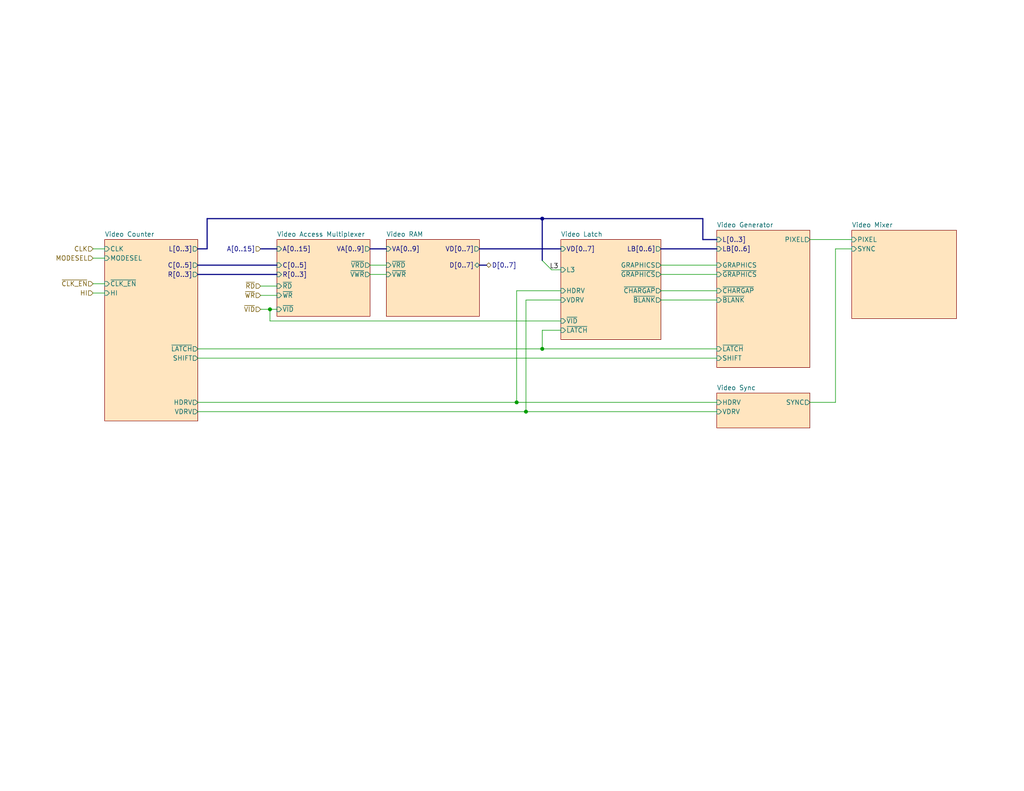
<source format=kicad_sch>
(kicad_sch (version 20230121) (generator eeschema)
  (paper "USLetter")
  (title_block (title "TRS-80 Model I") (date "2023-10-24") (rev "G") (company "RetroStack - Marcel Erz") (comment 2 "All video components of system") (comment 4 "Video Overview"))
  (lib_symbols)
  (junction (at 143.51 112.395))
  (junction (at 140.97 109.855))
  (junction (at 73.66 84.455))
  (junction (at 147.955 95.25))
  (junction (at 147.955 59.69))
  (bus_entry (at 147.955 71.12) (size 2.54 2.54))
  (wire (pts (xy 147.955 90.17) (xy 147.955 95.25)))
  (wire (pts (xy 143.51 81.915) (xy 143.51 112.395)))
  (wire (pts (xy 53.975 95.25) (xy 147.955 95.25)))
  (wire (pts (xy 153.035 90.17) (xy 147.955 90.17)))
  (wire (pts (xy 143.51 112.395) (xy 195.58 112.395)))
  (wire (pts (xy 73.66 84.455) (xy 75.565 84.455)))
  (wire (pts (xy 25.4 70.485) (xy 28.575 70.485)))
  (wire (pts (xy 180.34 74.93) (xy 195.58 74.93)))
  (bus (pts (xy 53.975 72.39) (xy 75.565 72.39)))
  (wire (pts (xy 25.4 80.01) (xy 28.575 80.01)))
  (wire (pts (xy 25.4 77.47) (xy 28.575 77.47)))
  (wire (pts (xy 153.035 81.915) (xy 143.51 81.915)))
  (wire (pts (xy 220.98 109.855) (xy 227.965 109.855)))
  (bus (pts (xy 147.955 59.69) (xy 147.955 71.12)))
  (bus (pts (xy 53.975 74.93) (xy 75.565 74.93)))
  (wire (pts (xy 71.12 84.455) (xy 73.66 84.455)))
  (wire (pts (xy 53.975 112.395) (xy 143.51 112.395)))
  (bus (pts (xy 53.975 67.945) (xy 56.515 67.945)))
  (wire (pts (xy 220.98 65.405) (xy 232.41 65.405)))
  (wire (pts (xy 153.035 87.63) (xy 73.66 87.63)))
  (bus (pts (xy 56.515 59.69) (xy 56.515 67.945)))
  (bus (pts (xy 100.965 67.945) (xy 105.41 67.945)))
  (wire (pts (xy 100.965 72.39) (xy 105.41 72.39)))
  (wire (pts (xy 180.34 72.39) (xy 195.58 72.39)))
  (wire (pts (xy 227.965 67.945) (xy 227.965 109.855)))
  (bus (pts (xy 56.515 59.69) (xy 147.955 59.69)))
  (bus (pts (xy 195.58 65.405) (xy 191.77 65.405)))
  (bus (pts (xy 191.77 65.405) (xy 191.77 59.69)))
  (wire (pts (xy 150.495 73.66) (xy 153.035 73.66)))
  (wire (pts (xy 53.975 97.79) (xy 195.58 97.79)))
  (wire (pts (xy 140.97 79.375) (xy 140.97 109.855)))
  (wire (pts (xy 180.34 81.915) (xy 195.58 81.915)))
  (wire (pts (xy 25.4 67.945) (xy 28.575 67.945)))
  (wire (pts (xy 53.975 109.855) (xy 140.97 109.855)))
  (wire (pts (xy 147.955 95.25) (xy 195.58 95.25)))
  (wire (pts (xy 73.66 87.63) (xy 73.66 84.455)))
  (wire (pts (xy 153.035 79.375) (xy 140.97 79.375)))
  (bus (pts (xy 147.955 59.69) (xy 191.77 59.69)))
  (wire (pts (xy 140.97 109.855) (xy 195.58 109.855)))
  (bus (pts (xy 130.81 67.945) (xy 153.035 67.945)))
  (bus (pts (xy 130.81 72.39) (xy 132.715 72.39)))
  (bus (pts (xy 71.12 67.945) (xy 75.565 67.945)))
  (wire (pts (xy 232.41 67.945) (xy 227.965 67.945)))
  (wire (pts (xy 71.12 78.105) (xy 75.565 78.105)))
  (wire (pts (xy 71.12 80.645) (xy 75.565 80.645)))
  (bus (pts (xy 180.34 67.945) (xy 195.58 67.945)))
  (wire (pts (xy 180.34 79.375) (xy 195.58 79.375)))
  (wire (pts (xy 100.965 74.93) (xy 105.41 74.93)))
  (label "L3" (at 152.4 73.66 180))
  (hierarchical_label "MODESEL" (shape input) (at 25.4 70.485 180))
  (hierarchical_label "~{RD}" (shape input) (at 71.12 78.105 180))
  (hierarchical_label "A[0..15]" (shape input) (at 71.12 67.945 180))
  (hierarchical_label "~{CLK_EN}" (shape input) (at 25.4 77.47 180))
  (hierarchical_label "HI" (shape input) (at 25.4 80.01 180))
  (hierarchical_label "~{VID}" (shape input) (at 71.12 84.455 180))
  (hierarchical_label "~{WR}" (shape input) (at 71.12 80.645 180))
  (hierarchical_label "CLK" (shape input) (at 25.4 67.945 180))
  (hierarchical_label "D[0..7]" (shape bidirectional) (at 132.715 72.39 0))
  (sheet (at 195.58 107.315) (size 25.4 9.525) (stroke (width 0.1524)) (fill (color 255 229 191 1.0000))
    (property "Sheetname" "Video Sync" (at 195.58 106.6034 0) (effects (justify left bottom)))
    (property "Sheetfile" "VideoSync.kicad_sch" (effects hide))
    (pin "SYNC" output (at 220.98 109.855 0))
    (pin "VDRV" input (at 195.58 112.395 180))
    (pin "HDRV" input (at 195.58 109.855 180))
  )
  (sheet (at 153.035 65.405) (size 27.305 27.305) (stroke (width 0.1524)) (fill (color 255 229 191 1.0000))
    (property "Sheetname" "Video Latch" (at 153.035 64.6934 0) (effects (justify left bottom)))
    (property "Sheetfile" "Video Latch.kicad_sch" (effects hide))
    (pin "~{VID}" input (at 153.035 87.63 180))
    (pin "HDRV" input (at 153.035 79.375 180))
    (pin "VDRV" input (at 153.035 81.915 180))
    (pin "VD[0..7]" input (at 153.035 67.945 180))
    (pin "~{LATCH}" input (at 153.035 90.17 180))
    (pin "GRAPHICS" output (at 180.34 72.39 0))
    (pin "LB[0..6]" output (at 180.34 67.945 0))
    (pin "~{BLANK}" output (at 180.34 81.915 0))
    (pin "~{CHARGAP}" output (at 180.34 79.375 0))
    (pin "~{GRAPHICS}" output (at 180.34 74.93 0))
    (pin "L3" input (at 153.035 73.66 180))
  )
  (sheet (at 28.575 65.405) (size 25.4 49.53) (stroke (width 0.1524)) (fill (color 255 229 191 1.0000))
    (property "Sheetname" "Video Counter" (at 28.575 64.6934 0) (effects (justify left bottom)))
    (property "Sheetfile" "VideoCounter.kicad_sch" (effects hide))
    (pin "VDRV" output (at 53.975 112.395 0))
    (pin "CLK" input (at 28.575 67.945 180))
    (pin "HI" input (at 28.575 80.01 180))
    (pin "SHIFT" output (at 53.975 97.79 0))
    (pin "HDRV" output (at 53.975 109.855 0))
    (pin "~{CLK_EN}" input (at 28.575 77.47 180))
    (pin "MODESEL" input (at 28.575 70.485 180))
    (pin "~{LATCH}" output (at 53.975 95.25 0))
    (pin "L[0..3]" output (at 53.975 67.945 0))
    (pin "C[0..5]" output (at 53.975 72.39 0))
    (pin "R[0..3]" output (at 53.975 74.93 0))
  )
  (sheet (at 105.41 65.405) (size 25.4 20.955) (stroke (width 0.1524)) (fill (color 255 229 191 1.0000))
    (property "Sheetname" "Video RAM" (at 105.41 64.6934 0) (effects (justify left bottom)))
    (property "Sheetfile" "VideoRAM.kicad_sch" (effects hide))
    (pin "D[0..7]" bidirectional (at 130.81 72.39 0))
    (pin "~{VRD}" input (at 105.41 72.39 180))
    (pin "~{VWR}" input (at 105.41 74.93 180))
    (pin "VA[0..9]" input (at 105.41 67.945 180))
    (pin "VD[0..7]" output (at 130.81 67.945 0))
  )
  (sheet (at 232.41 62.865) (size 28.575 24.13) (stroke (width 0.1524)) (fill (color 255 229 191 1.0000))
    (property "Sheetname" "Video Mixer" (at 232.41 62.1534 0) (effects (justify left bottom)))
    (property "Sheetfile" "VideoMixer.kicad_sch" (effects hide))
    (pin "PIXEL" input (at 232.41 65.405 180))
    (pin "SYNC" input (at 232.41 67.945 180))
  )
  (sheet (at 75.565 65.405) (size 25.4 20.955) (stroke (width 0.1524)) (fill (color 255 229 191 1.0000))
    (property "Sheetname" "Video Access Multiplexer" (at 75.565 64.6934 0) (effects (justify left bottom)))
    (property "Sheetfile" "VideoAccessMultiplexer.kicad_sch" (effects hide))
    (pin "A[0..15]" input (at 75.565 67.945 180))
    (pin "~{WR}" input (at 75.565 80.645 180))
    (pin "~{VRD}" output (at 100.965 72.39 0))
    (pin "~{VWR}" output (at 100.965 74.93 0))
    (pin "C[0..5]" input (at 75.565 72.39 180))
    (pin "R[0..3]" input (at 75.565 74.93 180))
    (pin "~{RD}" input (at 75.565 78.105 180))
    (pin "~{VID}" input (at 75.565 84.455 180))
    (pin "VA[0..9]" output (at 100.965 67.945 0))
  )
  (sheet (at 195.58 62.865) (size 25.4 37.465) (stroke (width 0.1524)) (fill (color 255 229 191 1.0000))
    (property "Sheetname" "Video Generator" (at 195.58 62.1534 0) (effects (justify left bottom)))
    (property "Sheetfile" "VideoGen.kicad_sch" (effects hide))
    (pin "PIXEL" output (at 220.98 65.405 0))
    (pin "~{GRAPHICS}" input (at 195.58 74.93 180))
    (pin "~{CHARGAP}" input (at 195.58 79.375 180))
    (pin "GRAPHICS" input (at 195.58 72.39 180))
    (pin "~{BLANK}" input (at 195.58 81.915 180))
    (pin "~{LATCH}" input (at 195.58 95.25 180))
    (pin "SHIFT" input (at 195.58 97.79 180))
    (pin "L[0..3]" input (at 195.58 65.405 180))
    (pin "LB[0..6]" input (at 195.58 67.945 180))
  )
)
</source>
